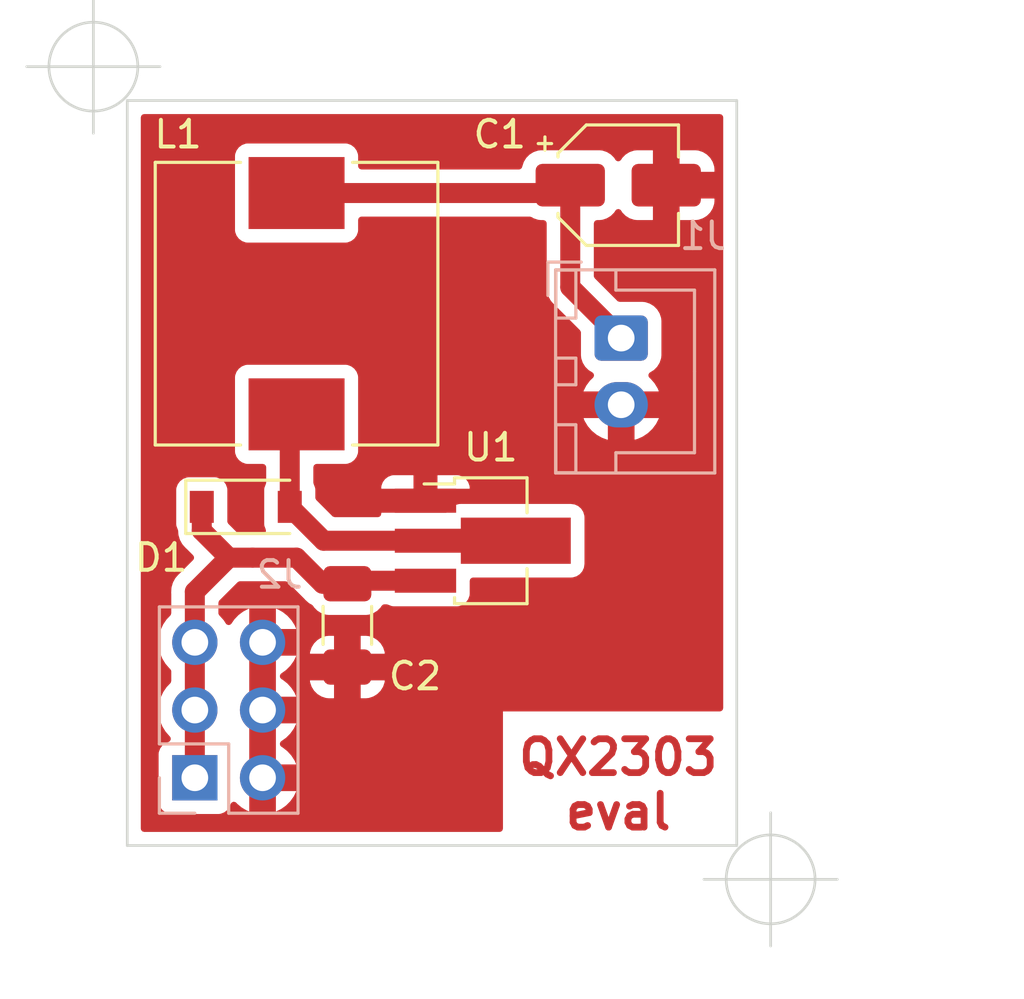
<source format=kicad_pcb>
(kicad_pcb (version 20211014) (generator pcbnew)
  (layers (0 "F.Cu" signal) (31 "B.Cu" signal) (34 "B.Paste" user) (35 "F.Paste" user) (36 "B.SilkS" user "B.Silkscreen") (37 "F.SilkS" user "F.Silkscreen") (38 "B.Mask" user) (39 "F.Mask" user) (44 "Edge.Cuts" user))
  (net 0 "")
  (net 1 "GND")
  (net 2 "+5V")
  (net 3 "Net-(D1-Pad2)")
  (net 4 "+BATT")
  (footprint "Inductor_SMD:L_10.4x10.4_H4.8" (layer "F.Cu") (at 29.21 33.02 -90)
    (fp_text reference "L1" (at -6.35 4.445 180) (layer "F.SilkS"))
    (fp_text value "47u")
    (fp_line (start 5.3 -5.3) (end 5.3 -2.1) (layer "F.SilkS") (width 0.12))
    (fp_line (start -5.3 5.3) (end -5.3 2.1) (layer "F.SilkS") (width 0.12))
    (fp_line (start -5.3 -2.1) (end -5.3 -5.3) (layer "F.SilkS") (width 0.12))
    (fp_line (start -5.3 -5.3) (end 5.3 -5.3) (layer "F.SilkS") (width 0.12))
    (fp_line (start 5.3 5.3) (end -5.3 5.3) (layer "F.SilkS") (width 0.12))
    (fp_line (start 5.3 2.1) (end 5.3 5.3) (layer "F.SilkS") (width 0.12))
    (pad "1" smd rect (at -4.15 0 270) (size 2.7 3.6) (layers "F.Cu" "F.Paste" "F.Mask") (net 4 "+BATT"))
    (pad "2" smd rect (at 4.15 0 270) (size 2.7 3.6) (layers "F.Cu" "F.Paste" "F.Mask") (net 3 "Net-(D1-Pad2)"))
  )
  (footprint "Package_TO_SOT_SMD:SOT-89-3_Handsoldering" (layer "F.Cu") (at 36.195 41.91)
    (fp_text reference "U1" (at 0.3 -3.5) (layer "F.SilkS"))
    (fp_text value "QX2303L50E")
    (fp_line (start -1.06 2.36) (end -1.06 2.13) (layer "F.SilkS") (width 0.12))
    (fp_line (start -2.2 -2.13) (end -1.06 -2.13) (layer "F.SilkS") (width 0.12))
    (fp_line (start 1.66 2.36) (end -1.06 2.36) (layer "F.SilkS") (width 0.12))
    (fp_line (start 1.66 1.05) (end 1.66 2.36) (layer "F.SilkS") (width 0.12))
    (fp_line (start -1.06 -2.36) (end 1.66 -2.36) (layer "F.SilkS") (width 0.12))
    (fp_line (start -1.06 -2.36) (end -1.06 -2.13) (layer "F.SilkS") (width 0.12))
    (fp_line (start 1.66 -2.36) (end 1.66 -1.05) (layer "F.SilkS") (width 0.12))
    (pad "1" smd rect (at -2.15 -1.5) (size 2.3 0.9) (layers "F.Cu" "F.Paste" "F.Mask") (net 1 "GND"))
    (pad "2" smd custom (at -2.0625 0) (size 2.475 0.9) (layers "F.Cu" "F.Paste" "F.Mask") (net 3 "Net-(D1-Pad2)") (options (clearance outline) (anchor rect)) (primitives (gr_poly (pts (xy 5.3625 0.8665) (xy 1.2375 0.8665) (xy 1.2375 -0.8665) (xy 5.3625 -0.8665)) (width 0) (fill yes))))
    (pad "3" smd rect (at -2.15 1.5) (size 2.3 0.9) (layers "F.Cu" "F.Paste" "F.Mask") (net 2 "+5V"))
  )
  (footprint "Diode_SMD:D_SOD-123" (layer "F.Cu") (at 27.305 40.64)
    (fp_text reference "D1" (at -3.175 1.905) (layer "F.SilkS"))
    (fp_text value "1N5819W")
    (fp_line (start -2.25 -1) (end 1.65 -1) (layer "F.SilkS") (width 0.12))
    (fp_line (start -2.25 1) (end 1.65 1) (layer "F.SilkS") (width 0.12))
    (fp_line (start -2.25 -1) (end -2.25 1) (layer "F.SilkS") (width 0.12))
    (pad "1" smd rect (at -1.65 0) (size 0.9 1.2) (layers "F.Cu" "F.Paste" "F.Mask") (net 2 "+5V"))
    (pad "2" smd rect (at 1.65 0) (size 0.9 1.2) (layers "F.Cu" "F.Paste" "F.Mask") (net 3 "Net-(D1-Pad2)"))
  )
  (footprint "Capacitor_SMD:CP_Elec_4x5.4" (layer "F.Cu") (at 41.275 28.575)
    (fp_text reference "C1" (at -4.445 -1.905) (layer "F.SilkS"))
    (fp_text value "10u")
    (fp_line (start -2.26 -1.195563) (end -1.195563 -2.26) (layer "F.SilkS") (width 0.12))
    (fp_line (start 2.26 2.26) (end 2.26 1.06) (layer "F.SilkS") (width 0.12))
    (fp_line (start -2.26 -1.195563) (end -2.26 -1.06) (layer "F.SilkS") (width 0.12))
    (fp_line (start -2.26 1.195563) (end -2.26 1.06) (layer "F.SilkS") (width 0.12))
    (fp_line (start -1.195563 -2.26) (end 2.26 -2.26) (layer "F.SilkS") (width 0.12))
    (fp_line (start 2.26 -2.26) (end 2.26 -1.06) (layer "F.SilkS") (width 0.12))
    (fp_line (start -2.75 -1.81) (end -2.75 -1.31) (layer "F.SilkS") (width 0.12))
    (fp_line (start -1.195563 2.26) (end 2.26 2.26) (layer "F.SilkS") (width 0.12))
    (fp_line (start -2.26 1.195563) (end -1.195563 2.26) (layer "F.SilkS") (width 0.12))
    (fp_line (start -3 -1.56) (end -2.5 -1.56) (layer "F.SilkS") (width 0.12))
    (pad "1" smd roundrect (at -1.8 0) (size 2.6 1.6) (layers "F.Cu" "F.Paste" "F.Mask") (roundrect_rratio 0.15625) (net 4 "+BATT"))
    (pad "2" smd roundrect (at 1.8 0) (size 2.6 1.6) (layers "F.Cu" "F.Paste" "F.Mask") (roundrect_rratio 0.15625) (net 1 "GND"))
  )
  (footprint "Capacitor_SMD:C_1206_3216Metric_Pad1.33x1.80mm_HandSolder" (layer "F.Cu") (at 31.115 45.085 -90)
    (fp_text reference "C2" (at 1.905 -2.54) (layer "F.SilkS"))
    (fp_text value "22u Ta")
    (fp_line (start -0.711252 -0.91) (end 0.711252 -0.91) (layer "F.SilkS") (width 0.12))
    (fp_line (start -0.711252 0.91) (end 0.711252 0.91) (layer "F.SilkS") (width 0.12))
    (pad "1" smd roundrect (at -1.5625 0 270) (size 1.325 1.8) (layers "F.Cu" "F.Paste" "F.Mask") (roundrect_rratio 0.188679) (net 2 "+5V"))
    (pad "2" smd roundrect (at 1.5625 0 270) (size 1.325 1.8) (layers "F.Cu" "F.Paste" "F.Mask") (roundrect_rratio 0.188679) (net 1 "GND"))
  )
  (footprint "Connector_JST:JST_XH_B2B-XH-A_1x02_P2.50mm_Vertical" (layer "B.Cu") (at 41.385 34.31 -90)
    (fp_text reference "J1" (at -3.83 -3.065 180) (layer "B.SilkS") (effects (justify mirror)))
    (fp_text value "Conn_01x02")
    (fp_line (start -2.56 -3.51) (end 5.06 -3.51) (layer "B.SilkS") (width 0.12))
    (fp_line (start 1.75 2.45) (end 0.75 2.45) (layer "B.SilkS") (width 0.12))
    (fp_line (start -2.55 0.2) (end -1.8 0.2) (layer "B.SilkS") (width 0.12))
    (fp_line (start 5.06 -3.51) (end 5.06 2.46) (layer "B.SilkS") (width 0.12))
    (fp_line (start -0.75 1.7) (end -0.75 2.45) (layer "B.SilkS") (width 0.12))
    (fp_line (start 1.75 1.7) (end 1.75 2.45) (layer "B.SilkS") (width 0.12))
    (fp_line (start 5.05 2.45) (end 3.25 2.45) (layer "B.SilkS") (width 0.12))
    (fp_line (start 4.3 -2.75) (end 1.25 -2.75) (layer "B.SilkS") (width 0.12))
    (fp_line (start -0.75 2.45) (end -2.55 2.45) (layer "B.SilkS") (width 0.12))
    (fp_line (start 4.3 0.2) (end 4.3 -2.75) (layer "B.SilkS") (width 0.12))
    (fp_line (start 3.25 2.45) (end 3.25 1.7) (layer "B.SilkS") (width 0.12))
    (fp_line (start -2.55 1.7) (end -0.75 1.7) (layer "B.SilkS") (width 0.12))
    (fp_line (start -2.56 2.46) (end -2.56 -3.51) (layer "B.SilkS") (width 0.12))
    (fp_line (start -2.85 2.75) (end -2.85 1.5) (layer "B.SilkS") (width 0.12))
    (fp_line (start 5.06 2.46) (end -2.56 2.46) (layer "B.SilkS") (width 0.12))
    (fp_line (start -1.6 2.75) (end -2.85 2.75) (layer "B.SilkS") (width 0.12))
    (fp_line (start 0.75 2.45) (end 0.75 1.7) (layer "B.SilkS") (width 0.12))
    (fp_line (start 0.75 1.7) (end 1.75 1.7) (layer "B.SilkS") (width 0.12))
    (fp_line (start 5.05 1.7) (end 5.05 2.45) (layer "B.SilkS") (width 0.12))
    (fp_line (start -1.8 0.2) (end -1.8 -2.75) (layer "B.SilkS") (width 0.12))
    (fp_line (start -1.8 -2.75) (end 1.25 -2.75) (layer "B.SilkS") (width 0.12))
    (fp_line (start -2.55 2.45) (end -2.55 1.7) (layer "B.SilkS") (width 0.12))
    (fp_line (start 3.25 1.7) (end 5.05 1.7) (layer "B.SilkS") (width 0.12))
    (fp_line (start 5.05 0.2) (end 4.3 0.2) (layer "B.SilkS") (width 0.12))
    (pad "1" thru_hole roundrect (at 0 0 270) (size 1.7 2) (drill 1) (layers *.Cu *.Mask) (roundrect_rratio 0.147059) (net 4 "+BATT"))
    (pad "2" thru_hole oval (at 2.5 0 270) (size 1.7 2) (drill 1) (layers *.Cu *.Mask) (net 1 "GND"))
  )
  (footprint "Connector_PinHeader_2.54mm:PinHeader_2x03_P2.54mm_Vertical" (layer "B.Cu") (at 25.395 50.8)
    (fp_text reference "J2" (at 3.18 -7.62) (layer "B.SilkS") (effects (justify mirror)))
    (fp_text value "Conn_02x03_Odd_Even")
    (fp_line (start -1.33 -1.27) (end -1.33 -6.41) (layer "B.SilkS") (width 0.12))
    (fp_line (start 3.87 1.33) (end 3.87 -6.41) (layer "B.SilkS") (width 0.12))
    (fp_line (start -1.33 -6.41) (end 3.87 -6.41) (layer "B.SilkS") (width 0.12))
    (fp_line (start 1.27 -1.27) (end 1.27 1.33) (layer "B.SilkS") (width 0.12))
    (fp_line (start -1.33 1.33) (end 0 1.33) (layer "B.SilkS") (width 0.12))
    (fp_line (start -1.33 0) (end -1.33 1.33) (layer "B.SilkS") (width 0.12))
    (fp_line (start 1.27 1.33) (end 3.87 1.33) (layer "B.SilkS") (width 0.12))
    (fp_line (start -1.33 -1.27) (end 1.27 -1.27) (layer "B.SilkS") (width 0.12))
    (pad "1" thru_hole rect (at 0 0) (size 1.7 1.7) (drill 1) (layers *.Cu *.Mask) (net 2 "+5V"))
    (pad "2" thru_hole oval (at 2.54 0) (size 1.7 1.7) (drill 1) (layers *.Cu *.Mask) (net 1 "GND"))
    (pad "3" thru_hole oval (at 0 -2.54) (size 1.7 1.7) (drill 1) (layers *.Cu *.Mask) (net 2 "+5V"))
    (pad "4" thru_hole oval (at 2.54 -2.54) (size 1.7 1.7) (drill 1) (layers *.Cu *.Mask) (net 1 "GND"))
    (pad "5" thru_hole oval (at 0 -5.08) (size 1.7 1.7) (drill 1) (layers *.Cu *.Mask) (net 2 "+5V"))
    (pad "6" thru_hole oval (at 2.54 -5.08) (size 1.7 1.7) (drill 1) (layers *.Cu *.Mask) (net 1 "GND"))
  )
  (gr_line (start 45.72 53.34) (end 22.86 53.34) (layer "Edge.Cuts") (width 0.1))
  (gr_line (start 45.72 25.4) (end 45.72 53.34) (layer "Edge.Cuts") (width 0.1))
  (gr_line (start 22.86 53.34) (end 22.86 25.4) (layer "Edge.Cuts") (width 0.1))
  (gr_line (start 22.86 25.4) (end 45.72 25.4) (layer "Edge.Cuts") (width 0.1))
  (gr_text "QX2303\neval" (at 41.275 51.055) (layer "F.Cu") (effects (font (size 1.27 1.27) (thickness 0.254))))
  (target plus (at 21.59 24.13) (size 5) (width 0.1) (layer "Edge.Cuts"))
  (target plus (at 46.99 54.61) (size 5) (width 0.1) (layer "Edge.Cuts"))
  (segment (start 25.395 50.8) (end 25.395 48.26) (width 0.75) (layer "F.Cu") (net 2))
  (segment (start 25.395 48.26) (end 25.395 45.72) (width 0.75) (layer "F.Cu") (net 2))
  (segment (start 25.395 43.82) (end 26.67 42.545) (width 0.75) (layer "F.Cu") (net 2))
  (segment (start 25.655 40.64) (end 25.655 41.53) (width 0.75) (layer "F.Cu") (net 2))
  (segment (start 26.67 42.545) (end 27.56 42.545) (width 0.75) (layer "F.Cu") (net 2))
  (segment (start 30.1875 43.5225) (end 29.21 42.545) (width 0.75) (layer "F.Cu") (net 2))
  (segment (start 31.115 43.5225) (end 30.1875 43.5225) (width 0.75) (layer "F.Cu") (net 2))
  (segment (start 29.21 42.545) (end 27.56 42.545) (width 0.75) (layer "F.Cu") (net 2))
  (segment (start 31.2275 43.41) (end 31.115 43.5225) (width 0.75) (layer "F.Cu") (net 2))
  (segment (start 25.655 41.53) (end 26.67 42.545) (width 0.75) (layer "F.Cu") (net 2))
  (segment (start 34.045 43.41) (end 31.2275 43.41) (width 0.75) (layer "F.Cu") (net 2))
  (segment (start 25.395 45.72) (end 25.395 43.82) (width 0.75) (layer "F.Cu") (net 2))
  (segment (start 28.955 37.425) (end 29.21 37.17) (width 0.75) (layer "F.Cu") (net 3))
  (segment (start 28.955 40.64) (end 28.955 37.425) (width 0.75) (layer "F.Cu") (net 3))
  (segment (start 34.1325 41.91) (end 30.225 41.91) (width 0.75) (layer "F.Cu") (net 3))
  (segment (start 30.225 41.91) (end 28.955 40.64) (width 0.75) (layer "F.Cu") (net 3))
  (segment (start 39.18 28.87) (end 29.21 28.87) (width 0.75) (layer "F.Cu") (net 4))
  (segment (start 41.385 34.31) (end 39.475 32.4) (width 0.75) (layer "F.Cu") (net 4))
  (segment (start 39.475 32.4) (end 39.475 28.575) (width 0.75) (layer "F.Cu") (net 4))
  (segment (start 39.475 28.575) (end 39.18 28.87) (width 0.75) (layer "F.Cu") (net 4))
  (zone (net 1) (net_name "GND") (layer "F.Cu") (connect_pads (clearance 0.508)) (min_thickness 0.254) (fill yes (thermal_gap 0.508) (thermal_bridge_width 1))
    (polygon (pts (xy 45.72 53.34) (xy 22.86 53.34) (xy 22.86 25.4) (xy 45.72 25.4)))
  )
)
</source>
